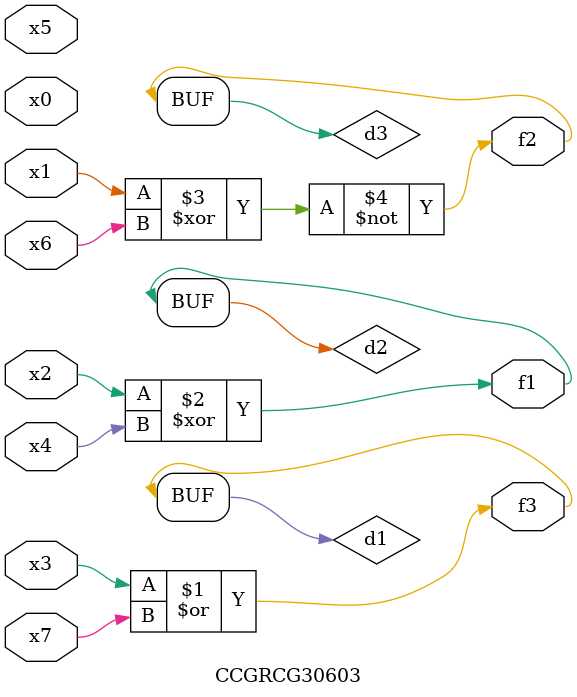
<source format=v>
module CCGRCG30603(
	input x0, x1, x2, x3, x4, x5, x6, x7,
	output f1, f2, f3
);

	wire d1, d2, d3;

	or (d1, x3, x7);
	xor (d2, x2, x4);
	xnor (d3, x1, x6);
	assign f1 = d2;
	assign f2 = d3;
	assign f3 = d1;
endmodule

</source>
